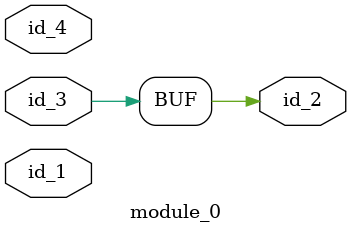
<source format=v>
`define pp_4 0
`define pp_5 0
`timescale 1ps / 1ps
`define pp_6 0
`define pp_7 0
module module_0 (
    id_1,
    id_2,
    id_3,
    id_4
);
  input id_4;
  input id_3;
  output id_2;
  input id_1;
  assign id_2 = id_3;
endmodule

</source>
